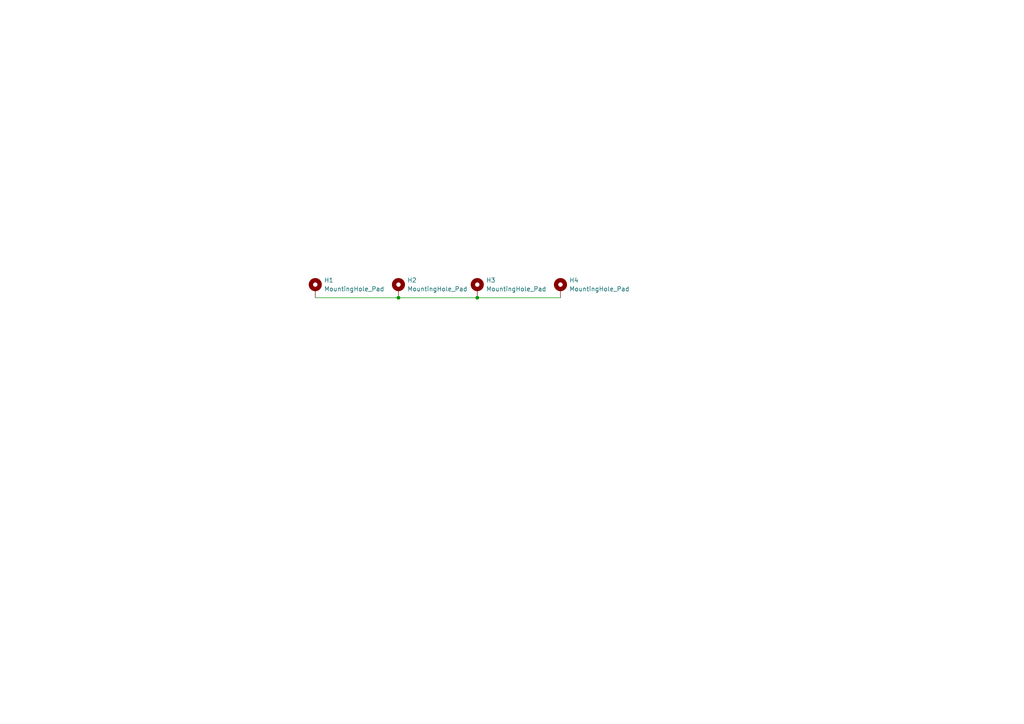
<source format=kicad_sch>
(kicad_sch (version 20230121) (generator eeschema)
  (paper "A4")
  (lib_symbols
    (symbol "Mechanical:MountingHole_Pad" (pin_numbers hide) (pin_names (offset 1.016) hide)
      (property "Reference" "H" (at 0 6.35 0))
      (property "Value" "MountingHole_Pad" (at 0 4.445 0))
      (symbol "MountingHole_Pad_0_1"
        (circle (center 0 1.27) (radius 1.27) (stroke (width 1.27)))
      )
      (symbol "MountingHole_Pad_1_1"
        (pin input line (at 0 -2.54 90) (length 2.54) (name "1") (number "1"))
      )
    )
  )
  (junction (at 138.43 86.36))
  (junction (at 115.57 86.36))
  (wire (pts (xy 91.44 86.36) (xy 115.57 86.36)))
  (wire (pts (xy 138.43 86.36) (xy 162.56 86.36)))
  (wire (pts (xy 115.57 86.36) (xy 138.43 86.36)))
  (symbol (lib_id "Mechanical:MountingHole_Pad") (at 91.44 83.82 0) (unit 1)
    (property "Reference" "H1" (at 93.98 81.28 0) (effects (justify left)))
    (property "Value" "MountingHole_Pad" (at 93.98 83.82 0) (effects (justify left)))
    (property "Footprint" "MountingHole:MountingHole_8.4mm_M8_Pad_TopBottom" (effects hide))
  )
  (symbol (lib_id "Mechanical:MountingHole_Pad") (at 115.57 83.82 0) (unit 1)
    (property "Reference" "H2" (at 118.11 81.28 0) (effects (justify left)))
    (property "Value" "MountingHole_Pad" (at 118.11 83.82 0) (effects (justify left)))
    (property "Footprint" "MountingHole:MountingHole_8.4mm_M8_Pad_TopBottom" (effects hide))
  )
  (symbol (lib_id "Mechanical:MountingHole_Pad") (at 162.56 83.82 0) (unit 1)
    (property "Reference" "H4" (at 165.1 81.28 0) (effects (justify left)))
    (property "Value" "MountingHole_Pad" (at 165.1 83.82 0) (effects (justify left)))
    (property "Footprint" "MountingHole:MountingHole_8.4mm_M8_Pad_TopBottom" (effects hide))
  )
  (symbol (lib_id "Mechanical:MountingHole_Pad") (at 138.43 83.82 0) (unit 1)
    (property "Reference" "H3" (at 140.97 81.28 0) (effects (justify left)))
    (property "Value" "MountingHole_Pad" (at 140.97 83.82 0) (effects (justify left)))
    (property "Footprint" "MountingHole:MountingHole_8.4mm_M8_Pad_TopBottom" (effects hide))
  )
)
</source>
